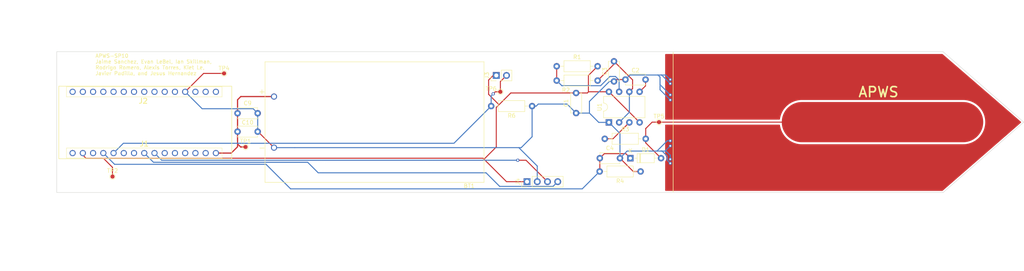
<source format=kicad_pcb>
(kicad_pcb (version 20221018) (generator pcbnew)
  (layers (0 "F.Cu" signal) (31 "B.Cu" signal) (34 "B.Paste" user) (35 "F.Paste" user) (36 "B.SilkS" user "B.Silkscreen") (37 "F.SilkS" user "F.Silkscreen") (38 "B.Mask" user) (39 "F.Mask" user) (44 "Edge.Cuts" user))
  (net 0 "")
  (net 1 "Probe")
  (net 2 "A_Light")
  (net 3 "+9V")
  (net 4 "Net-(U1-CV)")
  (net 5 "Net-(U1-THR)")
  (net 6 "A_Moisture")
  (net 11 "SDA")
  (net 12 "SCL")
  (net 32 "Net-(U1-DIS)")
  (net 33 "Net-(U1-Q)")
  (net 34 "GND")
  (net 35 "+3.3V")
  (footprint "TestPoint:TestPoint_Pad_D1.0mm" (layer "F.Cu") (at 81.534 40.386)
    (fp_text reference "TP4" (at 0 -1.27) (layer "F.SilkS"))
    (fp_text value "3.3V GND Testpoint")
    (fp_circle (center 0 0) (end 0 0.7) (stroke (width 0.12)) (fill none) (layer "F.SilkS"))
    (pad "1" smd circle (at 0 0) (size 1 1) (layers "F.Cu" "F.Mask") (net 34 "GND"))
  )
  (footprint "KiCADv6:PRT16279" (layer "F.Cu") (at 43.942 44.958)
    (fp_text reference "J2" (at 17.526 2.286) (layer "F.SilkS") (effects (font (size 1.27 1.27) (thickness 0.254))))
    (fp_text value "Conn_01x15" hide)
    (fp_line (start -1.52 -1.25) (end 37.08 -1.25) (stroke (width 0.1)) (layer "F.SilkS"))
    (fp_line (start -1.52 1.25) (end -1.52 -1.25) (stroke (width 0.1)) (layer "F.SilkS"))
    (fp_line (start 37.08 -1.25) (end 37.08 1.25) (stroke (width 0.1)) (layer "F.SilkS"))
    (fp_line (start 37.08 1.25) (end -1.52 1.25) (stroke (width 0.1)) (layer "F.SilkS"))
    (pad "1" thru_hole circle locked (at 0 0) (size 1.53 1.53) (drill 1.02) (layers "*.Cu" "*.Mask"))
    (pad "2" thru_hole circle locked (at 2.54 0) (size 1.53 1.53) (drill 1.02) (layers "*.Cu" "*.Mask"))
    (pad "3" thru_hole circle locked (at 5.08 0) (size 1.53 1.53) (drill 1.02) (layers "*.Cu" "*.Mask"))
    (pad "4" thru_hole circle locked (at 7.62 0) (size 1.53 1.53) (drill 1.02) (layers "*.Cu" "*.Mask"))
    (pad "5" thru_hole circle locked (at 10.16 0) (size 1.53 1.53) (drill 1.02) (layers "*.Cu" "*.Mask"))
    (pad "6" thru_hole circle locked (at 12.7 0) (size 1.53 1.53) (drill 1.02) (layers "*.Cu" "*.Mask"))
    (pad "7" thru_hole circle locked (at 15.24 0) (size 1.53 1.53) (drill 1.02) (layers "*.Cu" "*.Mask"))
    (pad "8" thru_hole circle locked (at 17.78 0) (size 1.53 1.53) (drill 1.02) (layers "*.Cu" "*.Mask"))
    (pad "9" thru_hole circle locked (at 20.32 0) (size 1.53 1.53) (drill 1.02) (layers "*.Cu" "*.Mask"))
    (pad "10" thru_hole circle locked (at 22.86 0) (size 1.53 1.53) (drill 1.02) (layers "*.Cu" "*.Mask"))
    (pad "11" thru_hole circle locked (at 25.4 0) (size 1.53 1.53) (drill 1.02) (layers "*.Cu" "*.Mask"))
    (pad "12" thru_hole circle locked (at 27.94 0) (size 1.53 1.53) (drill 1.02) (layers "*.Cu" "*.Mask") (net 34 "GND"))
    (pad "13" thru_hole circle locked (at 30.48 0) (size 1.53 1.53) (drill 1.02) (layers "*.Cu" "*.Mask"))
    (pad "14" thru_hole circle locked (at 33.02 0) (size 1.53 1.53) (drill 1.02) (layers "*.Cu" "*.Mask"))
    (pad "15" thru_hole circle locked (at 35.56 0) (size 1.53 1.53) (drill 1.02) (layers "*.Cu" "*.Mask"))
  )
  (footprint "Connector_PinHeader_2.54mm:PinHeader_1x02_P2.54mm_Vertical" (layer "F.Cu") (at 149.093 40.894 90)
    (fp_text reference "J3" (at 0 -2.33 90) (layer "F.SilkS"))
    (fp_text value "Conn_01x02_Socket")
    (fp_line (start -1.33 -1.33) (end 0 -1.33) (stroke (width 0.12)) (layer "F.SilkS"))
    (fp_line (start -1.33 0) (end -1.33 -1.33) (stroke (width 0.12)) (layer "F.SilkS"))
    (fp_line (start -1.33 1.27) (end -1.33 3.87) (stroke (width 0.12)) (layer "F.SilkS"))
    (fp_line (start -1.33 1.27) (end 1.33 1.27) (stroke (width 0.12)) (layer "F.SilkS"))
    (fp_line (start -1.33 3.87) (end 1.33 3.87) (stroke (width 0.12)) (layer "F.SilkS"))
    (fp_line (start 1.33 1.27) (end 1.33 3.87) (stroke (width 0.12)) (layer "F.SilkS"))
    (pad "1" thru_hole rect (at 0 0 90) (size 1.7 1.7) (drill 1) (layers "*.Cu" "*.Mask") (net 35 "+3.3V"))
    (pad "2" thru_hole oval (at 0 2.54 90) (size 1.7 1.7) (drill 1) (layers "*.Cu" "*.Mask") (net 2 "A_Light"))
  )
  (footprint "Resistor_THT:R_Axial_DIN0207_L6.3mm_D2.5mm_P10.16mm_Horizontal" (layer "F.Cu") (at 176.022 56.642)
    (fp_text reference "R3" (at 5.08 -2.37) (layer "F.SilkS"))
    (fp_text value "10kR")
    (fp_line (start 1.04 0) (end 1.81 0) (stroke (width 0.12)) (layer "F.SilkS"))
    (fp_line (start 1.81 -1.37) (end 1.81 1.37) (stroke (width 0.12)) (layer "F.SilkS"))
    (fp_line (start 1.81 1.37) (end 8.35 1.37) (stroke (width 0.12)) (layer "F.SilkS"))
    (fp_line (start 8.35 -1.37) (end 1.81 -1.37) (stroke (width 0.12)) (layer "F.SilkS"))
    (fp_line (start 8.35 1.37) (end 8.35 -1.37) (stroke (width 0.12)) (layer "F.SilkS"))
    (fp_line (start 9.12 0) (end 8.35 0) (stroke (width 0.12)) (layer "F.SilkS"))
    (pad "1" thru_hole circle (at 0 0) (size 1.6 1.6) (drill 0.8) (layers "*.Cu" "*.Mask") (net 33 "Net-(U1-Q)"))
    (pad "2" thru_hole oval (at 10.16 0) (size 1.6 1.6) (drill 0.8) (layers "*.Cu" "*.Mask") (net 1 "Probe"))
  )
  (footprint "BH9VPC:BAT_BH9VPC" (layer "F.Cu") (at 118.872 52.492 180)
    (fp_text reference "BT1" (at -23.495 -15.875) (layer "F.SilkS"))
    (fp_text value "BH9VPC")
    (fp_text user "+" (at 27.94 7.62) (layer "F.SilkS") (effects (font (size 1.4 1.4))))
    (fp_text user "-" (at 27.94 -6.35) (layer "F.SilkS") (effects (font (size 1.4 1.4))))
    (fp_line (start -27.175 -14.985) (end 27.175 -14.985) (stroke (width 0.127)) (layer "F.SilkS"))
    (fp_line (start -27.175 14.985) (end -27.175 -14.985) (stroke (width 0.127)) (layer "F.SilkS"))
    (fp_line (start 27.175 -14.985) (end 27.175 14.985) (stroke (width 0.127)) (layer "F.SilkS"))
    (fp_line (start 27.175 14.985) (end -27.175 14.985) (stroke (width 0.127)) (layer "F.SilkS"))
    (pad "" np_thru_hole circle (at -13.625 -11.09 180) (size 2.29 2.29) (drill 2.29) (layers "*.Cu" "*.Mask"))
    (pad "" np_thru_hole circle (at -0.135 11.26 180) (size 2.29 2.29) (drill 2.29) (layers "*.Cu" "*.Mask"))
    (pad "" np_thru_hole circle (at 13.345 -11.09 180) (size 2.29 2.29) (drill 2.29) (layers "*.Cu" "*.Mask"))
    (pad "+" thru_hole circle (at 24.945 6.35 180) (size 1.524 1.524) (drill 1.016) (layers "*.Cu" "*.Mask") (net 3 "+9V"))
    (pad "-" thru_hole circle (at 24.945 -6.35 180) (size 1.524 1.524) (drill 1.016) (layers "*.Cu" "*.Mask") (net 34 "GND"))
  )
  (footprint "MountingHole:MountingHole_3.2mm_M3" (layer "F.Cu") (at 87 66.5)
    (fp_text reference "H3" hide)
    (fp_text value "MountingHole")
    (pad "" np_thru_hole circle locked (at 0 -0.048) (size 3.2 3.2) (drill 3.2) (layers "F&B.Cu" "*.Mask"))
  )
  (footprint "MountingHole:MountingHole_3.2mm_M3" (layer "F.Cu") (at 163 52.5)
    (fp_text reference "H5" hide)
    (fp_text value "MountingHole")
    (pad "" np_thru_hole circle locked (at 0 0) (size 3.2 3.2) (drill 3.2) (layers "*.Cu" "*.Mask"))
  )
  (footprint "Package_DIP:DIP-8_W7.62mm" (layer "F.Cu") (at 177.048 52.568 90)
    (fp_text reference "U1" (at 3.81 -2.33 90) (layer "F.SilkS"))
    (fp_text value "TLC555xP")
    (fp_line (start 1.16 -1.33) (end 1.16 8.95) (stroke (width 0.12)) (layer "F.SilkS"))
    (fp_line (start 1.16 8.95) (end 6.46 8.95) (stroke (width 0.12)) (layer "F.SilkS"))
    (fp_line (start 2.81 -1.33) (end 1.16 -1.33) (stroke (width 0.12)) (layer "F.SilkS"))
    (fp_line (start 6.46 -1.33) (end 4.81 -1.33) (stroke (width 0.12)) (layer "F.SilkS"))
    (fp_line (start 6.46 8.95) (end 6.46 -1.33) (stroke (width 0.12)) (layer "F.SilkS"))
    (fp_arc (start 4.81 -1.33) (mid 3.81 -0.33) (end 2.81 -1.33) (stroke (width 0.12)) (layer "F.SilkS"))
    (pad "1" thru_hole rect (at 0 0 90) (size 1.6 1.6) (drill 0.8) (layers "*.Cu" "*.Mask") (net 34 "GND"))
    (pad "2" thru_hole oval (at 0 2.54 90) (size 1.6 1.6) (drill 0.8) (layers "*.Cu" "*.Mask") (net 5 "Net-(U1-THR)"))
    (pad "3" thru_hole oval (at 0 5.08 90) (size 1.6 1.6) (drill 0.8) (layers "*.Cu" "*.Mask") (net 33 "Net-(U1-Q)"))
    (pad "4" thru_hole oval (at 0 7.62 90) (size 1.6 1.6) (drill 0.8) (layers "*.Cu" "*.Mask") (net 35 "+3.3V"))
    (pad "5" thru_hole oval (at 7.62 7.62 90) (size 1.6 1.6) (drill 0.8) (layers "*.Cu" "*.Mask") (net 4 "Net-(U1-CV)"))
    (pad "6" thru_hole oval (at 7.62 5.08 90) (size 1.6 1.6) (drill 0.8) (layers "*.Cu" "*.Mask") (net 5 "Net-(U1-THR)"))
    (pad "7" thru_hole oval (at 7.62 2.54 90) (size 1.6 1.6) (drill 0.8) (layers "*.Cu" "*.Mask") (net 32 "Net-(U1-DIS)"))
    (pad "8" thru_hole oval (at 7.62 0 90) (size 1.6 1.6) (drill 0.8) (layers "*.Cu" "*.Mask") (net 35 "+3.3V"))
  )
  (footprint "Connector_PinHeader_2.54mm:PinHeader_1x04_P2.54mm_Vertical" (layer "F.Cu") (at 156.728 67.31 90)
    (fp_text reference "J4" (at 0 -2.33 90) (layer "F.SilkS"))
    (fp_text value "Conn_01x04_Pin" hide)
    (fp_line (start -1.33 -1.33) (end 0 -1.33) (stroke (width 0.12)) (layer "F.SilkS"))
    (fp_line (start -1.33 0) (end -1.33 -1.33) (stroke (width 0.12)) (layer "F.SilkS"))
    (fp_line (start -1.33 1.27) (end -1.33 8.95) (stroke (width 0.12)) (layer "F.SilkS"))
    (fp_line (start -1.33 1.27) (end 1.33 1.27) (stroke (width 0.12)) (layer "F.SilkS"))
    (fp_line (start -1.33 8.95) (end 1.33 8.95) (stroke (width 0.12)) (layer "F.SilkS"))
    (fp_line (start 1.33 1.27) (end 1.33 8.95) (stroke (width 0.12)) (layer "F.SilkS"))
    (pad "1" thru_hole rect locked (at 0 0 90) (size 1.7 1.7) (drill 1) (layers "*.Cu" "*.Mask") (net 35 "+3.3V"))
    (pad "2" thru_hole oval locked (at 0 2.54 90) (size 1.7 1.7) (drill 1) (layers "*.Cu" "*.Mask") (net 34 "GND"))
    (pad "3" thru_hole oval locked (at 0 5.08 90) (size 1.7 1.7) (drill 1) (layers "*.Cu" "*.Mask") (net 12 "SCL"))
    (pad "4" thru_hole oval locked (at 0 7.62 90) (size 1.7 1.7) (drill 1) (layers "*.Cu" "*.Mask") (net 11 "SDA"))
  )
  (footprint "Resistor_THT:R_Axial_DIN0207_L6.3mm_D2.5mm_P10.16mm_Horizontal" (layer "F.Cu") (at 174.244 42.164 180)
    (fp_text reference "R2" (at 7.874 -2.37 180) (layer "F.SilkS"))
    (fp_text value "1.6kR")
    (fp_line (start 1.04 0) (end 1.81 0) (stroke (width 0.12)) (layer "F.SilkS"))
    (fp_line (start 1.81 -1.37) (end 1.81 1.37) (stroke (width 0.12)) (layer "F.SilkS"))
    (fp_line (start 1.81 1.37) (end 8.35 1.37) (stroke (width 0.12)) (layer "F.SilkS"))
    (fp_line (start 8.35 -1.37) (end 1.81 -1.37) (stroke (width 0.12)) (layer "F.SilkS"))
    (fp_line (start 8.35 1.37) (end 8.35 -1.37) (stroke (width 0.12)) (layer "F.SilkS"))
    (fp_line (start 9.12 0) (end 8.35 0) (stroke (width 0.12)) (layer "F.SilkS"))
    (pad "1" thru_hole circle (at 0 0 180) (size 1.6 1.6) (drill 0.8) (layers "*.Cu" "*.Mask") (net 5 "Net-(U1-THR)"))
    (pad "2" thru_hole oval (at 10.16 0 180) (size 1.6 1.6) (drill 0.8) (layers "*.Cu" "*.Mask") (net 32 "Net-(U1-DIS)"))
  )
  (footprint "Capacitor_THT:C_Disc_D4.7mm_W2.5mm_P5.00mm" (layer "F.Cu") (at 84.876 54.864)
    (fp_text reference "C10" (at 2.5 -2.286) (layer "F.SilkS"))
    (fp_text value "100nF")
    (fp_line (start 0.03 -1.37) (end 0.03 -1.055) (stroke (width 0.12)) (layer "F.SilkS"))
    (fp_line (start 0.03 -1.37) (end 4.97 -1.37) (stroke (width 0.12)) (layer "F.SilkS"))
    (fp_line (start 0.03 1.055) (end 0.03 1.37) (stroke (width 0.12)) (layer "F.SilkS"))
    (fp_line (start 0.03 1.37) (end 4.97 1.37) (stroke (width 0.12)) (layer "F.SilkS"))
    (fp_line (start 4.97 -1.37) (end 4.97 -1.055) (stroke (width 0.12)) (layer "F.SilkS"))
    (fp_line (start 4.97 1.055) (end 4.97 1.37) (stroke (width 0.12)) (layer "F.SilkS"))
    (pad "1" thru_hole circle (at 0 0) (size 1.6 1.6) (drill 0.8) (layers "*.Cu" "*.Mask") (net 3 "+9V"))
    (pad "2" thru_hole circle (at 5 0) (size 1.6 1.6) (drill 0.8) (layers "*.Cu" "*.Mask") (net 34 "GND"))
  )
  (footprint "KiCADv6:PRT16279" (layer "F.Cu") (at 43.942 60.198)
    (fp_text reference "J1" (at 17.78 -2.286) (layer "F.SilkS") (effects (font (size 1.27 1.27) (thickness 0.254))))
    (fp_text value "Conn_01x15" hide)
    (fp_line (start -1.52 -1.25) (end 37.08 -1.25) (stroke (width 0.1)) (layer "F.SilkS"))
    (fp_line (start -1.52 1.25) (end -1.52 -1.25) (stroke (width 0.1)) (layer "F.SilkS"))
    (fp_line (start 37.08 -1.25) (end 37.08 1.25) (stroke (width 0.1)) (layer "F.SilkS"))
    (fp_line (start 37.08 1.25) (end -1.52 1.25) (stroke (width 0.1)) (layer "F.SilkS"))
    (pad "1" thru_hole circle locked (at 0 0) (size 1.53 1.53) (drill 1.02) (layers "*.Cu" "*.Mask"))
    (pad "2" thru_hole circle locked (at 2.54 0) (size 1.53 1.53) (drill 1.02) (layers "*.Cu" "*.Mask") (net 35 "+3.3V"))
    (pad "3" thru_hole circle locked (at 5.08 0) (size 1.53 1.53) (drill 1.02) (layers "*.Cu" "*.Mask"))
    (pad "4" thru_hole circle locked (at 7.62 0) (size 1.53 1.53) (drill 1.02) (layers "*.Cu" "*.Mask") (net 6 "A_Moisture"))
    (pad "5" thru_hole circle locked (at 10.16 0) (size 1.53 1.53) (drill 1.02) (layers "*.Cu" "*.Mask") (net 2 "A_Light"))
    (pad "6" thru_hole circle locked (at 12.7 0) (size 1.53 1.53) (drill 1.02) (layers "*.Cu" "*.Mask"))
    (pad "7" thru_hole circle locked (at 15.24 0) (size 1.53 1.53) (drill 1.02) (layers "*.Cu" "*.Mask"))
    (pad "8" thru_hole circle locked (at 17.78 0) (size 1.53 1.53) (drill 1.02) (layers "*.Cu" "*.Mask") (net 11 "SDA"))
    (pad "9" thru_hole circle locked (at 20.32 0) (size 1.53 1.53) (drill 1.02) (layers "*.Cu" "*.Mask") (net 12 "SCL"))
    (pad "10" thru_hole circle locked (at 22.86 0) (size 1.53 1.53) (drill 1.02) (layers "*.Cu" "*.Mask"))
    (pad "11" thru_hole circle locked (at 25.4 0) (size 1.53 1.53) (drill 1.02) (layers "*.Cu" "*.Mask"))
    (pad "12" thru_hole circle locked (at 27.94 0) (size 1.53 1.53) (drill 1.02) (layers "*.Cu" "*.Mask"))
    (pad "13" thru_hole circle locked (at 30.48 0) (size 1.53 1.53) (drill 1.02) (layers "*.Cu" "*.Mask"))
    (pad "14" thru_hole circle locked (at 33.02 0) (size 1.53 1.53) (drill 1.02) (layers "*.Cu" "*.Mask"))
    (pad "15" thru_hole circle locked (at 35.56 0) (size 1.53 1.53) (drill 1.02) (layers "*.Cu" "*.Mask") (net 3 "+9V"))
  )
  (footprint "TestPoint:TestPoint_Pad_D1.0mm" (layer "F.Cu") (at 53.848 66.04)
    (fp_text reference "TP2" (at 0 -1.448) (layer "F.SilkS"))
    (fp_text value "3.3V Testpoint")
    (fp_circle (center 0 0) (end 0 0.7) (stroke (width 0.12)) (fill none) (layer "F.SilkS"))
    (pad "1" smd circle (at 0 0) (size 1 1) (layers "F.Cu" "F.Mask") (net 35 "+3.3V"))
  )
  (footprint "MountingHole:MountingHole_3.2mm_M3" (layer "F.Cu") (at 87.63 38.548)
    (fp_text reference "H4" hide)
    (fp_text value "MountingHole")
    (pad "" np_thru_hole circle locked (at 0 0) (size 3.2 3.2) (drill 3.2) (layers "*.Cu" "*.Mask"))
  )
  (footprint "Diode_THT:D_DO-35_SOD27_P7.62mm_Horizontal" (layer "F.Cu") (at 182.372 61.468)
    (fp_text reference "D1" (at 3.81 -2.12) (layer "F.SilkS"))
    (fp_text value "1N4148")
    (fp_text user "K" (at 0 -1.8) (layer "F.SilkS"))
    (fp_line (start 1.04 0) (end 1.69 0) (stroke (width 0.12)) (layer "F.SilkS"))
    (fp_line (start 1.69 -1.12) (end 1.69 1.12) (stroke (width 0.12)) (layer "F.SilkS"))
    (fp_line (start 1.69 1.12) (end 5.93 1.12) (stroke (width 0.12)) (layer "F.SilkS"))
    (fp_line (start 2.29 -1.12) (end 2.29 1.12) (stroke (width 0.12)) (layer "F.SilkS"))
    (fp_line (start 2.41 -1.12) (end 2.41 1.12) (stroke (width 0.12)) (layer "F.SilkS"))
    (fp_line (start 2.53 -1.12) (end 2.53 1.12) (stroke (width 0.12)) (layer "F.SilkS"))
    (fp_line (start 5.93 -1.12) (end 1.69 -1.12) (stroke (width 0.12)) (layer "F.SilkS"))
    (fp_line (start 5.93 1.12) (end 5.93 -1.12) (stroke (width 0.12)) (layer "F.SilkS"))
    (fp_line (start 6.58 0) (end 5.93 0) (stroke (width 0.12)) (layer "F.SilkS"))
    (pad "1" thru_hole rect (at 0 0) (size 1.6 1.6) (drill 0.8) (layers "*.Cu" "*.Mask") (net 6 "A_Moisture"))
    (pad "2" thru_hole oval (at 7.62 0) (size 1.6 1.6) (drill 0.8) (layers "*.Cu" "*.Mask") (net 1 "Probe"))
  )
  (footprint "TestPoint:TestPoint_Pad_D1.0mm" (layer "F.Cu") (at 86.868 58.674)
    (fp_text reference "TP1" (at 0 -1.448) (layer "F.SilkS"))
    (fp_text value "9V Testpoint")
    (fp_circle (center 0 0) (end 0 0.7) (stroke (width 0.12)) (fill none) (layer "F.SilkS"))
    (pad "1" smd circle (at 0 0) (size 1 1) (layers "F.Cu" "F.Mask") (net 3 "+9V"))
  )
  (footprint "MountingHole:MountingHole_3.2mm_M3" (layer "F.Cu") (at 45 38.5)
    (fp_text reference "H2" hide)
    (fp_text value "MountingHole")
    (pad "" np_thru_hole circle locked (at 0 0) (size 3.2 3.2) (drill 3.2) (layers "*.Cu" "*.Mask"))
  )
  (footprint "Capacitor_THT:C_Disc_D4.7mm_W2.5mm_P5.00mm" (layer "F.Cu") (at 174.792 61.468)
    (fp_text reference "C4" (at 2.5 -2.5) (layer "F.SilkS"))
    (fp_text value "10uF")
    (fp_line (start 0.03 -1.37) (end 0.03 -1.055) (stroke (width 0.12)) (layer "F.SilkS"))
    (fp_line (start 0.03 -1.37) (end 4.97 -1.37) (stroke (width 0.12)) (layer "F.SilkS"))
    (fp_line (start 0.03 1.055) (end 0.03 1.37) (stroke (width 0.12)) (layer "F.SilkS"))
    (fp_line (start 0.03 1.37) (end 4.97 1.37) (stroke (width 0.12)) (layer "F.SilkS"))
    (fp_line (start 4.97 -1.37) (end 4.97 -1.055) (stroke (width 0.12)) (layer "F.SilkS"))
    (fp_line (start 4.97 1.055) (end 4.97 1.37) (stroke (width 0.12)) (layer "F.SilkS"))
    (pad "1" thru_hole circle (at 0 0) (size 1.6 1.6) (drill 0.8) (layers "*.Cu" "*.Mask") (net 6 "A_Moisture"))
    (pad "2" thru_hole circle (at 5 0) (size 1.6 1.6) (drill 0.8) (layers "*.Cu" "*.Mask") (net 34 "GND"))
  )
  (footprint "TestPoint:TestPoint_Pad_D1.0mm" (layer "F.Cu") (at 189.484 52.5)
    (fp_text reference "TP5" (at 0 -1.448) (layer "F.SilkS"))
    (fp_text value "Mouisture Testpoint")
    (fp_circle (center 0 0) (end 0 0.7) (stroke (width 0.12)) (fill none) (layer "F.SilkS"))
    (pad "1" smd circle (at 0 0) (size 1 1) (layers "F.Cu" "F.Mask") (net 1 "Probe"))
  )
  (footprint "Resistor_THT:R_Axial_DIN0207_L6.3mm_D2.5mm_P10.16mm_Horizontal" (layer "F.Cu") (at 157.988 48.514 180)
    (fp_text reference "R6" (at 5.08 -2.37 180) (layer "F.SilkS"))
    (fp_text value "10kR")
    (fp_line (start 1.04 0) (end 1.81 0) (stroke (width 0.12)) (layer "F.SilkS"))
    (fp_line (start 1.81 -1.37) (end 1.81 1.37) (stroke (width 0.12)) (layer "F.SilkS"))
    (fp_line (start 1.81 1.37) (end 8.35 1.37) (stroke (width 0.12)) (layer "F.SilkS"))
    (fp_line (start 8.35 -1.37) (end 1.81 -1.37) (stroke (width 0.12)) (layer "F.SilkS"))
    (fp_line (start 8.35 1.37) (end 8.35 -1.37) (stroke (width 0.12)) (layer "F.SilkS"))
    (fp_line (start 9.12 0) (end 8.35 0) (stroke (width 0.12)) (layer "F.SilkS"))
    (pad "1" thru_hole circle (at 0 0 180) (size 1.6 1.6) (drill 0.8) (layers "*.Cu" "*.Mask") (net 34 "GND"))
    (pad "2" thru_hole oval (at 10.16 0 180) (size 1.6 1.6) (drill 0.8) (layers "*.Cu" "*.Mask") (net 2 "A_Light"))
  )
  (footprint "MountingHole:MountingHole_3.2mm_M3" (layer "F.Cu") (at 45 66.5)
    (fp_text reference "H1" hide)
    (fp_text value "MountingHole")
    (pad "" np_thru_hole circle locked (at 0 0) (size 3.2 3.2) (drill 3.2) (layers "*.Cu" "*.Mask"))
  )
  (footprint "TestPoint:TestPoint_Pad_D1.0mm" (layer "F.Cu") (at 150.114 44.958)
    (fp_text reference "TP6" (at -2.286 -0.762) (layer "F.SilkS"))
    (fp_text value "Light Testpoint")
    (fp_circle (center 0 0) (end 0 0.7) (stroke (width 0.12)) (fill none) (layer "F.SilkS"))
    (pad "1" smd circle (at 0 0) (size 1 1) (layers "F.Cu" "F.Mask") (net 2 "A_Light"))
  )
  (footprint "Capacitor_THT:C_Disc_D4.7mm_W2.5mm_P5.00mm" (layer "F.Cu") (at 168.91 50.252 90)
    (fp_text reference "C1" (at 2.5 -2.5 90) (layer "F.SilkS"))
    (fp_text value "100nF")
    (fp_line (start 0.03 -1.37) (end 0.03 -1.055) (stroke (width 0.12)) (layer "F.SilkS"))
    (fp_line (start 0.03 -1.37) (end 4.97 -1.37) (stroke (width 0.12)) (layer "F.SilkS"))
    (fp_line (start 0.03 1.055) (end 0.03 1.37) (stroke (width 0.12)) (layer "F.SilkS"))
    (fp_line (start 0.03 1.37) (end 4.97 1.37) (stroke (width 0.12)) (layer "F.SilkS"))
    (fp_line (start 4.97 -1.37) (end 4.97 -1.055) (stroke (width 0.12)) (layer "F.SilkS"))
    (fp_line (start 4.97 1.055) (end 4.97 1.37) (stroke (width 0.12)) (layer "F.SilkS"))
    (pad "1" thru_hole circle (at 0 0 90) (size 1.6 1.6) (drill 0.8) (layers "*.Cu" "*.Mask") (net 34 "GND"))
    (pad "2" thru_hole circle (at 5 0 90) (size 1.6 1.6) (drill 0.8) (layers "*.Cu" "*.Mask") (net 35 "+3.3V"))
  )
  (footprint "Capacitor_THT:C_Disc_D4.7mm_W2.5mm_P5.00mm" (layer "F.Cu") (at 84.876 50.292)
    (fp_text reference "C9" (at 2.5 -2.5) (layer "F.SilkS"))
    (fp_text value "100nF")
    (fp_line (start 0.03 -1.37) (end 0.03 -1.055) (stroke (width 0.12)) (layer "F.SilkS"))
    (fp_line (start 0.03 -1.37) (end 4.97 -1.37) (stroke (width 0.12)) (layer "F.SilkS"))
    (fp_line (start 0.03 1.055) (end 0.03 1.37) (stroke (width 0.12)) (layer "F.SilkS"))
    (fp_line (start 0.03 1.37) (end 4.97 1.37) (stroke (width 0.12)) (layer "F.SilkS"))
    (fp_line (start 4.97 -1.37) (end 4.97 -1.055) (stroke (width 0.12)) (layer "F.SilkS"))
    (fp_line (start 4.97 1.055) (end 4.97 1.37) (stroke (width 0.12)) (layer "F.SilkS"))
    (pad "1" thru_hole circle (at 0 0) (size 1.6 1.6) (drill 0.8) (layers "*.Cu" "*.Mask") (net 3 "+9V"))
    (pad "2" thru_hole circle (at 5 0) (size 1.6 1.6) (drill 0.8) (layers "*.Cu" "*.Mask") (net 34 "GND"))
  )
  (footprint "Capacitor_THT:C_Disc_D4.7mm_W2.5mm_P5.00mm" (layer "F.Cu") (at 186.142 41.91 180)
    (fp_text reference "C2" (at 2.5 2.286 180) (layer "F.SilkS"))
    (fp_text value "10nF")
    (fp_line (start 0.03 -1.37) (end 0.03 -1.055) (stroke (width 0.12)) (layer "F.SilkS"))
    (fp_line (start 0.03 -1.37) (end 4.97 -1.37) (stroke (width 0.12)) (layer "F.SilkS"))
    (fp_line (start 0.03 1.055) (end 0.03 1.37) (stroke (width 0.12)) (layer "F.SilkS"))
    (fp_line (start 0.03 1.37) (end 4.97 1.37) (stroke (width 0.12)) (layer "F.SilkS"))
    (fp_line (start 4.97 -1.37) (end 4.97 -1.055) (stroke (width 0.12)) (layer "F.SilkS"))
    (fp_line (start 4.97 1.055) (end 4.97 1.37) (stroke (width 0.12)) (layer "F.SilkS"))
    (pad "1" thru_hole circle (at 0 0 180) (size 1.6 1.6) (drill 0.8) (layers "*.Cu" "*.Mask") (net 4 "Net-(U1-CV)"))
    (pad "2" thru_hole circle (at 5 0 180) (size 1.6 1.6) (drill 0.8) (layers "*.Cu" "*.Mask") (net 34 "GND"))
  )
  (footprint "Resistor_THT:R_Axial_DIN0207_L6.3mm_D2.5mm_P10.16mm_Horizontal" (layer "F.Cu") (at 174.244 38.608 180)
    (fp_text reference "R1" (at 5.08 2.286 180) (layer "F.SilkS"))
    (fp_text value "330R")
    (fp_line (start 1.04 0) (end 1.81 0) (stroke (width 0.12)) (layer "F.SilkS"))
    (fp_line (start 1.81 -1.37) (end 1.81 1.37) (stroke (width 0.12)) (layer "F.SilkS"))
    (fp_line (start 1.81 1.37) (end 8.35 1.37) (stroke (width 0.12)) (layer "F.SilkS"))
    (fp_line (start 8.35 -1.37) (end 1.81 -1.37) (stroke (width 0.12)) (layer "F.SilkS"))
    (fp_line (start 8.35 1.37) (end 8.35 -1.37) (stroke (width 0.12)) (layer "F.SilkS"))
    (fp_line (start 9.12 0) (end 8.35 0) (stroke (width 0.12)) (layer "F.SilkS"))
    (pad "1" thru_hole circle (at 0 0 180) (size 1.6 1.6) (drill 0.8) (layers "*.Cu" "*.Mask") (net 35 "+3.3V"))
    (pad "2" thru_hole oval (at 10.16 0 180) (size 1.6 1.6) (drill 0.8) (layers "*.Cu" "*.Mask") (net 32 "Net-(U1-DIS)"))
  )
  (footprint "Resistor_THT:R_Axial_DIN0207_L6.3mm_D2.5mm_P10.16mm_Horizontal" (layer "F.Cu") (at 184.912 64.77 180)
    (fp_text reference "R4" (at 5.08 -2.37 180) (layer "F.SilkS"))
    (fp_text value "1MF")
    (fp_line (start 1.04 0) (end 1.81 0) (stroke (width 0.12)) (layer "F.SilkS"))
    (fp_line (start 1.81 -1.37) (end 1.81 1.37) (stroke (width 0.12)) (layer "F.SilkS"))
    (fp_line (start 1.81 1.37) (end 8.35 1.37) (stroke (width 0.12)) (layer "F.SilkS"))
    (fp_line (start 8.35 -1.37) (end 1.81 -1.37) (stroke (width 0.12)) (layer "F.SilkS"))
    (fp_line (start 8.35 1.37) (end 8.35 -1.37) (stroke (width 0.12)) (layer "F.SilkS"))
    (fp_line (start 9.12 0) (end 8.35 0) (stroke (width 0.12)) (layer "F.SilkS"))
    (pad "1" thru_hole circle (at 0 0 180) (size 1.6 1.6) (drill 0.8) (layers "*.Cu" "*.Mask") (net 34 "GND"))
    (pad "2" thru_hole oval (at 10.16 0 180) (size 1.6 1.6) (drill 0.8) (layers "*.Cu" "*.Mask") (net 6 "A_Moisture"))
  )
  (footprint "Capacitor_THT:C_Disc_D4.7mm_W2.5mm_P5.00mm" (layer "F.Cu") (at 178.308 42.378 90)
    (fp_text reference "C3" (at 2.5 -2.286 90) (layer "F.SilkS"))
    (fp_text value "470pF")
    (fp_line (start 0.03 -1.37) (end 0.03 -1.055) (stroke (width 0.12)) (layer "F.SilkS"))
    (fp_line (start 0.03 -1.37) (end 4.97 -1.37) (stroke (width 0.12)) (layer "F.SilkS"))
    (fp_line (start 0.03 1.055) (end 0.03 1.37) (stroke (width 0.12)) (layer "F.SilkS"))
    (fp_line (start 0.03 1.37) (end 4.97 1.37) (stroke (width 0.12)) (layer "F.SilkS"))
    (fp_line (start 4.97 -1.37) (end 4.97 -1.055) (stroke (width 0.12)) (layer "F.SilkS"))
    (fp_line (start 4.97 1.055) (end 4.97 1.37) (stroke (width 0.12)) (layer "F.SilkS"))
    (pad "1" thru_hole circle (at 0 0 90) (size 1.6 1.6) (drill 0.8) (layers "*.Cu" "*.Mask") (net 34 "GND"))
    (pad "2" thru_hole circle (at 5 0 90) (size 1.6 1.6) (drill 0.8) (layers "*.Cu" "*.Mask") (net 5 "Net-(U1-THR)"))
  )
  (gr_rect (start 40.51 43.558) (end 83.442 61.598) (stroke (width 0.15)) (fill none) (layer "F.SilkS"))
  (gr_line (start 192.996057 35.166594) (end 193 69.85) (stroke (width 0.15)) (layer "F.SilkS"))
  (gr_line (start 280 52.5) (end 260 35) (stroke (width 0.1)) (layer "Edge.Cuts"))
  (gr_line (start 40 70) (end 260 70.000354) (stroke (width 0.1)) (layer "Edge.Cuts"))
  (gr_line (start 280 52.5) (end 260 70.000354) (stroke (width 0.1)) (layer "Edge.Cuts"))
  (gr_line (start 40 35) (end 40 70) (stroke (width 0.1)) (layer "Edge.Cuts"))
  (gr_line (start 260 35) (end 40 35) (stroke (width 0.1)) (layer "Edge.Cuts"))
  (gr_text "APWS-SP10\nJaime Sanchez, Evan LeBel, Ian Skillman,\nRodrigo Romero, Alexis Torres, Kiet Le, \nJavier Padilla, and Jesus Hernandez" (at 49.53 40.894) (layer "F.SilkS") (effects (font (size 0.9 0.9)) (justify left bottom)))
  (gr_text "APWS" (at 238.76 46.482) (layer "F.SilkS") (effects (font (size 2.5 2.5) (thickness 0.4) bold) (justify left bottom)))
  (segment (start 186.182 54.102) (end 187.784 52.5) (width 0.25) (layer "F.Cu") (net 1))
  (segment (start 189.992 61.468) (end 186.182 57.658) (width 0.25) (layer "F.Cu") (net 1))
  (segment (start 187.784 52.5) (end 189.484 52.5) (width 0.25) (layer "F.Cu") (net 1))
  (segment (start 189.484 52.5) (end 224.95 52.5) (width 0.25) (layer "F.Cu") (net 1))
  (segment (start 186.182 57.658) (end 186.182 56.642) (width 0.25) (layer "F.Cu") (net 1))
  (segment (start 224.95 52.5) (end 264.95 52.5) (width 10) (layer "F.Cu") (net 1))
  (segment (start 186.182 56.642) (end 186.182 54.102) (width 0.25) (layer "F.Cu") (net 1))
  (segment (start 150.114 44.958) (end 150.114 42.413) (width 0.25) (layer "F.Cu") (net 2))
  (segment (start 150.114 42.413) (end 151.633 40.894) (width 0.25) (layer "F.Cu") (net 2))
  (segment (start 148.844 44.958) (end 150.114 44.958) (width 0.25) (layer "F.Cu") (net 2))
  (segment (start 148.336 45.466) (end 148.844 44.958) (width 0.25) (layer "F.Cu") (net 2))
  (via (at 148.336 45.466) (size 0.8) (drill 0.4) (layers "F.Cu" "B.Cu") (net 2))
  (segment (start 54.102 60.198) (end 56.545 57.755) (width 0.25) (layer "B.Cu") (net 2))
  (segment (start 56.545 57.755) (end 138.587 57.755) (width 0.25) (layer "B.Cu") (net 2))
  (segment (start 138.587 57.755) (end 147.828 48.514) (width 0.25) (layer "B.Cu") (net 2))
  (segment (start 148.336 45.466) (end 147.828 45.974) (width 0.25) (layer "B.Cu") (net 2))
  (segment (start 147.828 45.974) (end 147.828 48.514) (width 0.25) (layer "B.Cu") (net 2))
  (segment (start 83.312 60.198) (end 79.502 60.198) (width 0.3) (layer "F.Cu") (net 3))
  (segment (start 84.876 57.912) (end 84.876 58.634) (width 0.3) (layer "F.Cu") (net 3))
  (segment (start 86.868 58.674) (end 85.638 58.674) (width 0.3) (layer "F.Cu") (net 3))
  (segment (start 85.638 58.674) (end 84.876 57.912) (width 0.3) (layer "F.Cu") (net 3))
  (segment (start 84.876 50.292) (end 84.876 46.95) (width 0.3) (layer "F.Cu") (net 3))
  (segment (start 84.876 58.634) (end 83.312 60.198) (width 0.3) (layer "F.Cu") (net 3))
  (segment (start 84.876 46.95) (end 85.684 46.142) (width 0.3) (layer "F.Cu") (net 3))
  (segment (start 84.876 50.292) (end 84.876 54.864) (width 0.3) (layer "F.Cu") (net 3))
  (segment (start 93.927 46.142) (end 85.684 46.142) (width 0.3) (layer "F.Cu") (net 3))
  (segment (start 84.876 57.912) (end 84.876 54.864) (width 0.3) (layer "F.Cu") (net 3))
  (segment (start 186.142 43.474) (end 184.668 44.948) (width 0.25) (layer "F.Cu") (net 4))
  (segment (start 186.142 41.91) (end 186.142 43.474) (width 0.25) (layer "F.Cu") (net 4))
  (segment (start 182.128 44.948) (end 182.927999 44.148001) (width 0.25) (layer "F.Cu") (net 5))
  (segment (start 178.308 38.1) (end 178.308 37.378) (width 0.25) (layer "F.Cu") (net 5))
  (segment (start 182.927999 44.148001) (end 182.927999 41.997999) (width 0.25) (layer "F.Cu") (net 5))
  (segment (start 182.927999 41.997999) (end 178.308 37.378) (width 0.25) (layer "F.Cu") (net 5))
  (segment (start 174.244 42.164) (end 178.308 38.1) (width 0.25) (layer "F.Cu") (net 5))
  (segment (start 182.128 44.948) (end 182.128 50.028) (width 0.25) (layer "B.Cu") (net 5))
  (segment (start 182.128 50.028) (end 179.588 52.568) (width 0.25) (layer "B.Cu") (net 5))
  (segment (start 174.792 61.468) (end 175.917 60.343) (width 0.25) (layer "F.Cu") (net 6))
  (segment (start 181.247 60.343) (end 182.372 61.468) (width 0.25) (layer "F.Cu") (net 6))
  (segment (start 174.792 64.73) (end 174.752 64.77) (width 0.25) (layer "F.Cu") (net 6))
  (segment (start 174.792 61.468) (end 174.792 64.73) (width 0.25) (layer "F.Cu") (net 6))
  (segment (start 175.917 60.343) (end 181.247 60.343) (width 0.25) (layer "F.Cu") (net 6))
  (segment (start 98.044 69.088) (end 91.948 62.992) (width 0.25) (layer "B.Cu") (net 6))
  (segment (start 91.948 62.992) (end 54.356 62.992) (width 0.25) (layer "B.Cu") (net 6))
  (segment (start 170.434 69.088) (end 98.044 69.088) (width 0.25) (layer "B.Cu") (net 6))
  (segment (start 54.356 62.992) (end 51.562 60.198) (width 0.25) (layer "B.Cu") (net 6))
  (segment (start 174.752 64.77) (end 170.434 69.088) (width 0.25) (layer "B.Cu") (net 6))
  (segment (start 146.558 65.102) (end 104.897395 65.102) (width 0.25) (layer "B.Cu") (net 11))
  (segment (start 104.897395 65.102) (end 102.279395 62.484) (width 0.25) (layer "B.Cu") (net 11))
  (segment (start 149.941 68.485) (end 146.558 65.102) (width 0.25) (layer "B.Cu") (net 11))
  (segment (start 102.279395 62.484) (end 64.008 62.484) (width 0.25) (layer "B.Cu") (net 11))
  (segment (start 64.008 62.484) (end 61.722 60.198) (width 0.25) (layer "B.Cu") (net 11))
  (segment (start 163.173 68.485) (end 149.941 68.485) (width 0.25) (layer "B.Cu") (net 11))
  (segment (start 164.348 67.31) (end 163.173 68.485) (width 0.25) (layer "B.Cu") (net 11))
  (segment (start 161.808 67.31) (end 156.474 61.976) (width 0.25) (layer "F.Cu") (net 12))
  (segment (start 156.474 61.976) (end 154.432 61.976) (width 0.25) (layer "F.Cu") (net 12))
  (via (at 154.432 61.976) (size 0.8) (drill 0.4) (layers "F.Cu" "B.Cu") (net 12))
  (segment (start 66.04 61.976) (end 64.262 60.198) (width 0.25) (layer "B.Cu") (net 12))
  (segment (start 154.432 61.976) (end 66.04 61.976) (width 0.25) (layer "B.Cu") (net 12))
  (segment (start 164.084 38.608) (end 164.084 42.164) (width 0.25) (layer "F.Cu") (net 32))
  (segment (start 179.588 42.067009) (end 178.668991 41.148) (width 0.25) (layer "B.Cu") (net 32))
  (segment (start 165.354 43.434) (end 164.084 42.164) (width 0.25) (layer "B.Cu") (net 32))
  (segment (start 178.668991 41.148) (end 177.292 41.148) (width 0.25) (layer "B.Cu") (net 32))
  (segment (start 179.588 44.948) (end 179.588 42.067009) (width 0.25) (layer "B.Cu") (net 32))
  (segment (start 177.292 41.148) (end 175.006 43.434) (width 0.25) (layer "B.Cu") (net 32))
  (segment (start 175.006 43.434) (end 165.354 43.434) (width 0.25) (layer "B.Cu") (net 32))
  (segment (start 178.054 56.642) (end 176.022 56.642) (width 0.25) (layer "F.Cu") (net 33))
  (segment (start 182.128 52.568) (end 178.054 56.642) (width 0.25) (layer "F.Cu") (net 33))
  (segment (start 183.094 64.77) (end 179.792 61.468) (width 0.25) (layer "F.Cu") (net 34))
  (segment (start 184.912 64.77) (end 183.094 64.77) (width 0.25) (layer "F.Cu") (net 34))
  (segment (start 76.454 40.386) (end 81.534 40.386) (width 0.25) (layer "F.Cu") (net 34))
  (segment (start 181.142 41.91) (end 178.776 41.91) (width 0.25) (layer "F.Cu") (net 34))
  (segment (start 93.927 58.842) (end 89.949 54.864) (width 0.25) (layer "F.Cu") (net 34))
  (segment (start 178.776 41.91) (end 178.308 42.378) (width 0.25) (layer "F.Cu") (net 34))
  (segment (start 89.949 54.864) (end 89.876 54.864) (width 0.25) (layer "F.Cu") (net 34))
  (segment (start 71.882 44.958) (end 76.454 40.386) (width 0.25) (layer "F.Cu") (net 34))
  (via (at 192.278 46.99) (size 0.8) (drill 0.4) (layers "F.Cu" "B.Cu") (net 34))
  (via (at 192.278 58.42) (size 0.8) (drill 0.4) (layers "F.Cu" "B.Cu") (net 34))
  (via (at 192.278 42.926) (size 0.8) (drill 0.4) (layers "F.Cu" "B.Cu") (net 34))
  (via (at 192.278 41.91) (size 0.8) (drill 0.4) (layers "F.Cu" "B.Cu") (net 34))
  (via (at 192.278 45.72) (size 0.8) (drill 0.4) (layers "F.Cu" "B.Cu") (net 34))
  (via (at 192.278 57.15) (size 0.8) (drill 0.4) (layers "F.Cu" "B.Cu") (net 34))
  (via (at 192.278 62.738) (size 0.8) (drill 0.4) (layers "F.Cu" "B.Cu") (net 34))
  (via (at 192.278 61.722) (size 0.8) (drill 0.4) (layers "F.Cu" "B.Cu") (net 34))
  (segment (start 76.091 49.167) (end 88.751 49.167) (width 0.25) (layer "B.Cu") (net 34))
  (segment (start 189.738 43.18) (end 189.738 41.293) (width 0.25) (layer "B.Cu") (net 34))
  (segment (start 154.686 58.842) (end 99.06 58.842) (width 0.25) (layer "B.Cu") (net 34))
  (segment (start 88.751 49.167) (end 89.876 50.292) (width 0.25) (layer "B.Cu") (net 34))
  (segment (start 172.212 50.252) (end 172.613 50.653) (width 0.25) (layer "B.Cu") (net 34))
  (segment (start 174.528 52.568) (end 172.613 50.653) (width 0.25) (layer "B.Cu") (net 34))
  (segment (start 180.674 42.378) (end 181.142 41.91) (width 0.25) (layer "B.Cu") (net 34))
  (segment (start 181.57 59.69) (end 188.976 59.69) (width 0.25) (layer "B.Cu") (net 34))
  (segment (start 166.664 48.006) (end 159.512 48.006) (width 0.25) (layer "B.Cu") (net 34))
  (segment (start 178.308 42.378) (end 177.17663 42.378) (width 0.25) (layer "B.Cu") (net 34))
  (segment (start 191.516 57.15) (end 188.976 59.69) (width 0.25) (layer "B.Cu") (net 34))
  (segment (start 190.137 40.785) (end 189.992 40.785) (width 0.25) (layer "B.Cu") (net 34))
  (segment (start 188.976 59.69) (end 189.992 59.69) (width 0.25) (layer "B.Cu") (net 34))
  (segment (start 191.516 61.976) (end 191.516 60.96) (width 0.25) (layer "B.Cu") (net 34))
  (segment (start 189.992 59.69) (end 191.008 59.69) (width 0.25) (layer "B.Cu") (net 34))
  (segment (start 179.792 55.312) (end 177.048 52.568) (width 0.25) (layer "B.Cu") (net 34))
  (segment (start 192.278 46.99) (end 189.738 44.45) (width 0.25) (layer "B.Cu") (net 34))
  (segment (start 172.212 47.34263) (end 172.212 50.252) (width 0.25) (layer "B.Cu") (net 34))
  (segment (start 189.738 44.45) (end 189.738 43.18) (width 0.25) (layer "B.Cu") (net 34))
  (segment (start 192.278 61.722) (end 192.278 60.706) (width 0.25) (layer "B.Cu") (net 34))
  (segment (start 168.91 50.252) (end 166.664 48.006) (width 0.25) (layer "B.Cu") (net 34))
  (segment (start 155.28 58.842) (end 157.988 56.134) (width 0.25) (layer "B.Cu") (net 34))
  (segment (start 189.23 40.785) (end 182.267 40.785) (width 0.25) (layer "B.Cu") (net 34))
  (segment (start 192.278 60.706) (end 191.262 59.69) (width 0.25) (layer "B.Cu") (net 34))
  (segment (start 177.048 52.568) (end 174.528 52.568) (width 0.25) (layer "B.Cu") (net 34))
  (segment (start 192.278 62.738) (end 191.516 61.976) (width 0.25) (layer "B.Cu") (net 34))
  (segment (start 89.876 54.791) (end 89.876 54.356) (width 0.25) (layer "B.Cu") (net 34))
  (segment (start 71.882 44.958) (end 76.091 49.167) (width 0.25) (layer "B.Cu") (net 34))
  (segment (start 159.512 48.006) (end 159.004 48.514) (width 0.25) (layer "B.Cu") (net 34))
  (segment (start 191.516 60.96) (end 190.246 59.69) (width 0.25) (layer "B.Cu") (net 34))
  (segment (start 192.278 57.15) (end 191.516 57.15) (width 0.25) (layer "B.Cu") (net 34))
  (segment (start 168.91 50.252) (end 172.212 50.252) (width 0.25) (layer "B.Cu") (net 34))
  (segment (start 89.876 50.292) (end 89.876 54.864) (width 0.25) (layer "B.Cu") (net 34))
  (segment (start 192.278 58.42) (end 191.008 59.69) (width 0.25) (layer "B.Cu") (net 34))
  (segment (start 179.792 61.468) (end 181.57 59.69) (width 0.25) (layer "B.Cu") (net 34))
  (segment (start 159.268 63.424) (end 154.686 58.842) (width 0.25) (layer "B.Cu") (net 34))
  (segment (start 159.004 48.514) (end 157.988 48.514) (width 0.25) (layer "B.Cu") (net 34))
  (segment (start 99.06 58.842) (end 93.927 58.842) (width 0.25) (layer "B.Cu") (net 34))
  (segment (start 157.988 56.134) (end 157.988 48.514) (width 0.25) (layer "B.Cu") (net 34))
  (segment (start 192.278 45.72) (end 189.738 43.18) (width 0.25) (layer "B.Cu") (net 34))
  (segment (start 192.278 42.926) (end 190.137 40.785) (width 0.25) (layer "B.Cu") (net 34))
  (segment (start 191.262 59.69) (end 191.008 59.69) (width 0.25) (layer "B.Cu") (net 34))
  (segment (start 192.278 41.91) (end 191.153 40.785) (width 0.25) (layer "B.Cu") (net 34))
  (segment (start 190.246 59.69) (end 189.992 59.69) (width 0.25) (layer "B.Cu") (net 34))
  (segment (start 177.17663 42.378) (end 172.212 47.34263) (width 0.25) (layer "B.Cu") (net 34))
  (segment (start 179.792 61.468) (end 179.792 55.312) (width 0.25) (layer "B.Cu") (net 34))
  (segment (start 191.153 40.785) (end 189.23 40.785) (width 0.25) (layer "B.Cu") (net 34))
  (segment (start 154.686 58.842) (end 155.28 58.842) (width 0.25) (layer "B.Cu") (net 34))
  (segment (start 189.738 41.293) (end 189.23 40.785) (width 0.25) (layer "B.Cu") (net 34))
  (segment (start 182.267 40.785) (end 181.142 41.91) (width 0.25) (layer "B.Cu") (net 34))
  (segment (start 159.268 67.31) (end 159.268 63.424) (width 0.25) (layer "B.Cu") (net 34))
  (segment (start 148.336 40.894) (end 149.093 40.894) (width 0.25) (layer "F.Cu") (net 35))
  (segment (start 177.048 44.948) (end 172.008 44.948) (width 0.25) (layer "F.Cu") (net 35))
  (segment (start 46.482 60.706) (end 47.244 61.468) (width 0.25) (layer "F.Cu") (net 35))
  (segment (start 54.61 61.468) (end 145.796 61.468) (width 0.25) (layer "F.Cu") (net 35))
  (segment (start 171.958 44.998) (end 171.958 40.894) (width 0.25) (layer "F.Cu") (net 35))
  (segment (start 46.482 60.198) (end 46.482 60.706) (width 0.25) (layer "F.Cu") (net 35))
  (segment (start 149.646 48.046) (end 147.193 45.593) (width 0.25) (layer "F.Cu") (net 35))
  (segment (start 149.646 48.3) (end 149.646 48.046) (width 0.25) (layer "F.Cu") (net 35))
  (segment (start 149.098 48.848) (end 149.646 48.3) (width 0.25) (layer "F.Cu") (net 35))
  (segment (start 184.668 52.568) (end 177.048 44.948) (width 0.25) (layer "F.Cu") (net 35))
  (segment (start 171.958 44.998) (end 171.704 45.252) (width 0.25) (layer "F.Cu") (net 35))
  (segment (start 51.562 61.468) (end 53.848 63.754) (width 0.25) (layer "F.Cu") (net 35))
  (segment (start 53.848 63.754) (end 53.848 66.04) (width 0.25) (layer "F.Cu") (net 35))
  (segment (start 152.694 45.252) (end 152.44 45.506) (width 0.25) (layer "F.Cu") (net 35))
  (segment (start 147.193 42.037) (end 148.336 40.894) (width 0.25) (layer "F.Cu") (net 35))
  (segment (start 151.638 67.31) (end 146.05 61.722) (width 0.25) (layer "F.Cu") (net 35))
  (segment (start 172.008 44.948) (end 171.958 44.998) (width 0.25) (layer "F.Cu") (net 35))
  (segment (start 168.91 45.252) (end 152.694 45.252) (width 0.25) (layer "F.Cu") (net 35))
  (segment (start 171.958 40.894) (end 174.244 38.608) (width 0.25) (layer "F.Cu") (net 35))
  (segment (start 149.646 48.3) (end 152.44 45.506) (width 0.25) (layer "F.Cu") (net 35))
  (segment (start 145.796 61.468) (end 146.05 61.722) (width 0.25) (layer "F.Cu") (net 35))
  (segment (start 147.193 45.593) (end 147.193 42.037) (width 0.25) (layer "F.Cu") (net 35))
  (segment (start 146.05 61.722) (end 149.098 58.674) (width 0.25) (layer "F.Cu") (net 35))
  (segment (start 149.098 58.674) (end 149.098 48.848) (width 0.25) (layer "F.Cu") (net 35))
  (segment (start 156.728 67.31) (end 151.638 67.31) (width 0.25) (layer "F.Cu") (net 35))
  (segment (start 51.562 61.468) (end 54.61 61.468) (width 0.25) (layer "F.Cu") (net 35))
  (segment (start 47.244 61.468) (end 51.562 61.468) (width 0.25) (layer "F.Cu") (net 35))
  (segment (start 171.704 45.252) (end 168.91 45.252) (width 0.25) (layer "F.Cu") (net 35))
  (zone (net 34) (net_name "GND") (layer "F.Cu") (connect_pads (clearance 0.5)) (min_thickness 0.25) (fill yes (thermal_gap 0.5) (thermal_bridge_width 0.5))
    (polygon (pts (xy 191.008 35.56) (xy 191.008 69.596) (xy 259.842 69.596) (xy 279.439144 52.525806) (xy 259.842 35.56) (xy 191.262 35.56)))
  )
)
</source>
